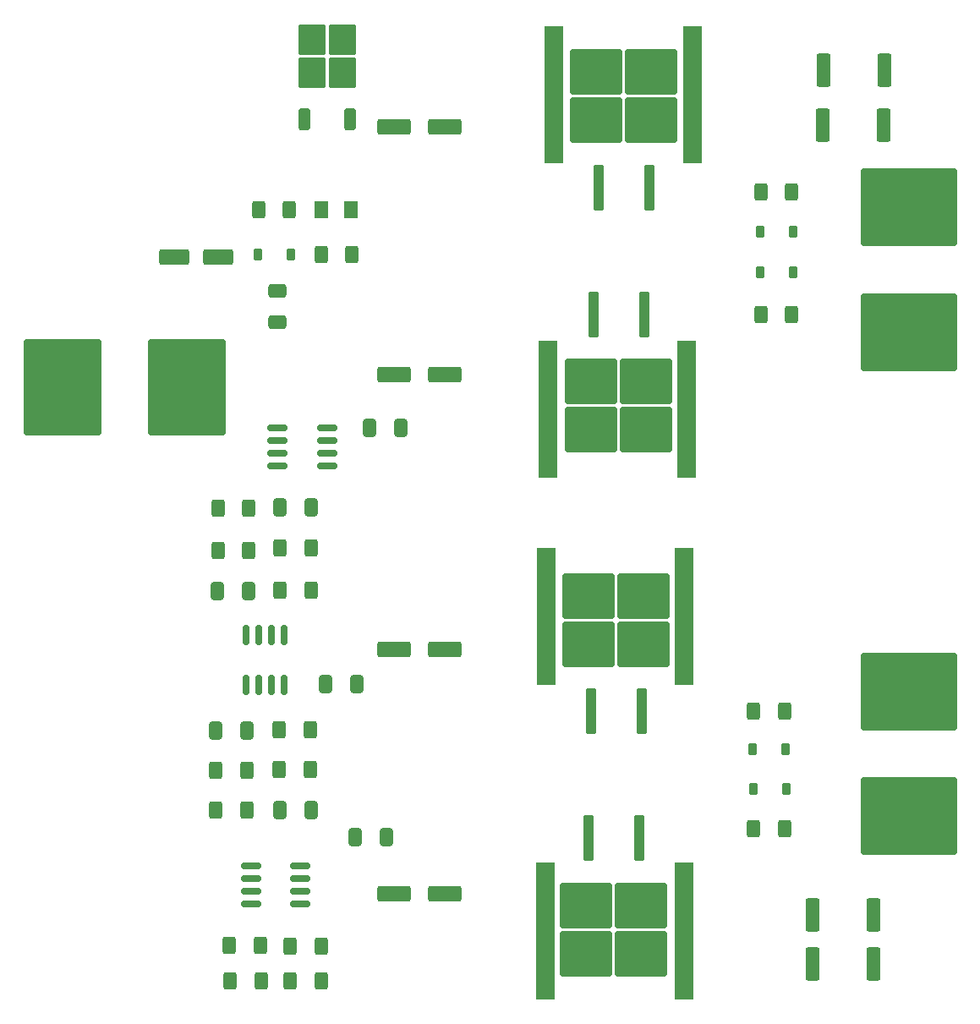
<source format=gtp>
%TF.GenerationSoftware,KiCad,Pcbnew,8.0.0*%
%TF.CreationDate,2024-05-08T19:12:21-04:00*%
%TF.ProjectId,Basic Stereo Amp v2,42617369-6320-4537-9465-72656f20416d,rev?*%
%TF.SameCoordinates,Original*%
%TF.FileFunction,Paste,Top*%
%TF.FilePolarity,Positive*%
%FSLAX46Y46*%
G04 Gerber Fmt 4.6, Leading zero omitted, Abs format (unit mm)*
G04 Created by KiCad (PCBNEW 8.0.0) date 2024-05-08 19:12:21*
%MOMM*%
%LPD*%
G01*
G04 APERTURE LIST*
G04 Aperture macros list*
%AMRoundRect*
0 Rectangle with rounded corners*
0 $1 Rounding radius*
0 $2 $3 $4 $5 $6 $7 $8 $9 X,Y pos of 4 corners*
0 Add a 4 corners polygon primitive as box body*
4,1,4,$2,$3,$4,$5,$6,$7,$8,$9,$2,$3,0*
0 Add four circle primitives for the rounded corners*
1,1,$1+$1,$2,$3*
1,1,$1+$1,$4,$5*
1,1,$1+$1,$6,$7*
1,1,$1+$1,$8,$9*
0 Add four rect primitives between the rounded corners*
20,1,$1+$1,$2,$3,$4,$5,0*
20,1,$1+$1,$4,$5,$6,$7,0*
20,1,$1+$1,$6,$7,$8,$9,0*
20,1,$1+$1,$8,$9,$2,$3,0*%
G04 Aperture macros list end*
%ADD10RoundRect,0.250000X0.400000X0.625000X-0.400000X0.625000X-0.400000X-0.625000X0.400000X-0.625000X0*%
%ADD11RoundRect,0.249998X-4.550002X3.650002X-4.550002X-3.650002X4.550002X-3.650002X4.550002X3.650002X0*%
%ADD12RoundRect,0.249999X0.450001X1.425001X-0.450001X1.425001X-0.450001X-1.425001X0.450001X-1.425001X0*%
%ADD13RoundRect,0.250000X0.350000X-0.850000X0.350000X0.850000X-0.350000X0.850000X-0.350000X-0.850000X0*%
%ADD14RoundRect,0.250000X1.125000X-1.275000X1.125000X1.275000X-1.125000X1.275000X-1.125000X-1.275000X0*%
%ADD15RoundRect,0.250000X-0.400000X-0.625000X0.400000X-0.625000X0.400000X0.625000X-0.400000X0.625000X0*%
%ADD16RoundRect,0.250000X-1.412500X-0.550000X1.412500X-0.550000X1.412500X0.550000X-1.412500X0.550000X0*%
%ADD17RoundRect,0.250000X0.300000X-2.050000X0.300000X2.050000X-0.300000X2.050000X-0.300000X-2.050000X0*%
%ADD18RoundRect,0.250000X2.375000X-2.025000X2.375000X2.025000X-2.375000X2.025000X-2.375000X-2.025000X0*%
%ADD19RoundRect,0.150000X-0.150000X0.825000X-0.150000X-0.825000X0.150000X-0.825000X0.150000X0.825000X0*%
%ADD20RoundRect,0.225000X-0.225000X-0.375000X0.225000X-0.375000X0.225000X0.375000X-0.225000X0.375000X0*%
%ADD21RoundRect,0.225000X0.225000X0.375000X-0.225000X0.375000X-0.225000X-0.375000X0.225000X-0.375000X0*%
%ADD22R,1.850000X13.700000*%
%ADD23RoundRect,0.250000X0.412500X0.650000X-0.412500X0.650000X-0.412500X-0.650000X0.412500X-0.650000X0*%
%ADD24RoundRect,0.250000X-0.300000X2.050000X-0.300000X-2.050000X0.300000X-2.050000X0.300000X2.050000X0*%
%ADD25RoundRect,0.250000X-2.375000X2.025000X-2.375000X-2.025000X2.375000X-2.025000X2.375000X2.025000X0*%
%ADD26RoundRect,0.250000X-0.650000X0.412500X-0.650000X-0.412500X0.650000X-0.412500X0.650000X0.412500X0*%
%ADD27RoundRect,0.250000X-0.412500X-0.650000X0.412500X-0.650000X0.412500X0.650000X-0.412500X0.650000X0*%
%ADD28RoundRect,0.249998X4.550002X-3.650002X4.550002X3.650002X-4.550002X3.650002X-4.550002X-3.650002X0*%
%ADD29RoundRect,0.249999X-0.450001X-1.425001X0.450001X-1.425001X0.450001X1.425001X-0.450001X1.425001X0*%
%ADD30RoundRect,0.150000X-0.825000X-0.150000X0.825000X-0.150000X0.825000X0.150000X-0.825000X0.150000X0*%
%ADD31RoundRect,0.250001X0.462499X0.624999X-0.462499X0.624999X-0.462499X-0.624999X0.462499X-0.624999X0*%
%ADD32RoundRect,0.249998X3.650002X4.550002X-3.650002X4.550002X-3.650002X-4.550002X3.650002X-4.550002X0*%
%ADD33RoundRect,0.250000X1.250000X0.550000X-1.250000X0.550000X-1.250000X-0.550000X1.250000X-0.550000X0*%
G04 APERTURE END LIST*
D10*
%TO.C,R7*%
X130387500Y-103637500D03*
X127287500Y-103637500D03*
%TD*%
D11*
%TO.C,C9*%
X190250000Y-69500000D03*
X190250000Y-82000000D03*
%TD*%
D12*
%TO.C,R18*%
X187800000Y-55750000D03*
X181700000Y-55750000D03*
%TD*%
D10*
%TO.C,R5*%
X123987500Y-125875000D03*
X120887500Y-125875000D03*
%TD*%
D13*
%TO.C,Q5*%
X129722500Y-60700000D03*
D14*
X130477500Y-56075000D03*
X133527500Y-56075000D03*
X130477500Y-52725000D03*
X133527500Y-52725000D03*
D13*
X134282500Y-60700000D03*
%TD*%
D10*
%TO.C,R3*%
X124187500Y-99675000D03*
X121087500Y-99675000D03*
%TD*%
D15*
%TO.C,R4*%
X121087500Y-103875000D03*
X124187500Y-103875000D03*
%TD*%
%TO.C,R10*%
X128300000Y-147000000D03*
X131400000Y-147000000D03*
%TD*%
D16*
%TO.C,C7*%
X138712500Y-113750000D03*
X143787500Y-113750000D03*
%TD*%
D17*
%TO.C,Q4*%
X158420000Y-120000000D03*
D18*
X158185000Y-113275000D03*
X163735000Y-113275000D03*
X158185000Y-108425000D03*
X163735000Y-108425000D03*
D17*
X163500000Y-120000000D03*
%TD*%
D19*
%TO.C,U2*%
X127742500Y-112362500D03*
X126472500Y-112362500D03*
X125202500Y-112362500D03*
X123932500Y-112362500D03*
X123932500Y-117312500D03*
X125202500Y-117312500D03*
X126472500Y-117312500D03*
X127742500Y-117312500D03*
%TD*%
D20*
%TO.C,D2*%
X175400000Y-72000000D03*
X178700000Y-72000000D03*
%TD*%
D15*
%TO.C,R1*%
X122250000Y-143450000D03*
X125350000Y-143450000D03*
%TD*%
%TO.C,R11*%
X127287500Y-107837500D03*
X130387500Y-107837500D03*
%TD*%
D16*
%TO.C,C5*%
X138712500Y-86250000D03*
X143787500Y-86250000D03*
%TD*%
D21*
%TO.C,D3*%
X177955000Y-123750000D03*
X174655000Y-123750000D03*
%TD*%
D22*
%TO.C,HS4*%
X153910000Y-142000000D03*
X167750000Y-142000000D03*
%TD*%
D23*
%TO.C,C1*%
X130400000Y-99550000D03*
X127275000Y-99550000D03*
%TD*%
D15*
%TO.C,R22*%
X125150000Y-69800000D03*
X128250000Y-69800000D03*
%TD*%
D24*
%TO.C,Q3*%
X163240000Y-132700000D03*
D25*
X163475000Y-139425000D03*
X157925000Y-139425000D03*
X163475000Y-144275000D03*
X157925000Y-144275000D03*
D24*
X158160000Y-132700000D03*
%TD*%
D10*
%TO.C,R2*%
X125400000Y-147000000D03*
X122300000Y-147000000D03*
%TD*%
D26*
%TO.C,C16*%
X127000000Y-77875000D03*
X127000000Y-81000000D03*
%TD*%
D20*
%TO.C,D5*%
X125050000Y-74250000D03*
X128350000Y-74250000D03*
%TD*%
D22*
%TO.C,HS2*%
X153920000Y-110500000D03*
X167760000Y-110500000D03*
%TD*%
D16*
%TO.C,C6*%
X138712500Y-61500000D03*
X143787500Y-61500000D03*
%TD*%
D15*
%TO.C,R6*%
X120887500Y-129875000D03*
X123987500Y-129875000D03*
%TD*%
D27*
%TO.C,C11*%
X131875000Y-117275000D03*
X135000000Y-117275000D03*
%TD*%
D28*
%TO.C,C10*%
X190250000Y-130500000D03*
X190250000Y-118000000D03*
%TD*%
D20*
%TO.C,D4*%
X174700000Y-127750000D03*
X178000000Y-127750000D03*
%TD*%
D22*
%TO.C,HS3*%
X154750000Y-58250000D03*
X168590000Y-58250000D03*
%TD*%
D29*
%TO.C,R17*%
X181650000Y-61250000D03*
X187750000Y-61250000D03*
%TD*%
D15*
%TO.C,R14*%
X175450000Y-68000000D03*
X178550000Y-68000000D03*
%TD*%
D30*
%TO.C,U1*%
X124400000Y-135440000D03*
X124400000Y-136710000D03*
X124400000Y-137980000D03*
X124400000Y-139250000D03*
X129350000Y-139250000D03*
X129350000Y-137980000D03*
X129350000Y-136710000D03*
X129350000Y-135440000D03*
%TD*%
D17*
%TO.C,Q1*%
X159175000Y-67525000D03*
D18*
X158940000Y-60800000D03*
X164490000Y-60800000D03*
X158940000Y-55950000D03*
X164490000Y-55950000D03*
D17*
X164255000Y-67525000D03*
%TD*%
D15*
%TO.C,R16*%
X174700000Y-131750000D03*
X177800000Y-131750000D03*
%TD*%
D29*
%TO.C,R19*%
X180650000Y-140360000D03*
X186750000Y-140360000D03*
%TD*%
D12*
%TO.C,R20*%
X186750000Y-145250000D03*
X180650000Y-145250000D03*
%TD*%
D10*
%TO.C,R9*%
X131400000Y-143500000D03*
X128300000Y-143500000D03*
%TD*%
D22*
%TO.C,HS1*%
X167990000Y-89725000D03*
X154150000Y-89725000D03*
%TD*%
D24*
%TO.C,Q2*%
X163740000Y-80225000D03*
D25*
X163975000Y-86950000D03*
X158425000Y-86950000D03*
X163975000Y-91800000D03*
X158425000Y-91800000D03*
D24*
X158660000Y-80225000D03*
%TD*%
D23*
%TO.C,C4*%
X124000000Y-121875000D03*
X120875000Y-121875000D03*
%TD*%
D31*
%TO.C,D6*%
X134415000Y-69760000D03*
X131440000Y-69760000D03*
%TD*%
D10*
%TO.C,R15*%
X177800000Y-120000000D03*
X174700000Y-120000000D03*
%TD*%
D21*
%TO.C,D1*%
X178650000Y-76000000D03*
X175350000Y-76000000D03*
%TD*%
D23*
%TO.C,C3*%
X124150000Y-107912500D03*
X121025000Y-107912500D03*
%TD*%
D16*
%TO.C,C8*%
X138712500Y-138250000D03*
X143787500Y-138250000D03*
%TD*%
D10*
%TO.C,R13*%
X178550000Y-80250000D03*
X175450000Y-80250000D03*
%TD*%
D15*
%TO.C,R12*%
X127237500Y-121837500D03*
X130337500Y-121837500D03*
%TD*%
D32*
%TO.C,C13*%
X118000000Y-87500000D03*
X105500000Y-87500000D03*
%TD*%
D27*
%TO.C,C12*%
X136237500Y-91600000D03*
X139362500Y-91600000D03*
%TD*%
D33*
%TO.C,C15*%
X121087500Y-74500000D03*
X116687500Y-74500000D03*
%TD*%
D27*
%TO.C,C14*%
X134837500Y-132600000D03*
X137962500Y-132600000D03*
%TD*%
D23*
%TO.C,C2*%
X130400000Y-129837500D03*
X127275000Y-129837500D03*
%TD*%
D10*
%TO.C,R8*%
X130337500Y-125837500D03*
X127237500Y-125837500D03*
%TD*%
D15*
%TO.C,R21*%
X131400000Y-74250000D03*
X134500000Y-74250000D03*
%TD*%
D30*
%TO.C,U3*%
X127075000Y-91575000D03*
X127075000Y-92845000D03*
X127075000Y-94115000D03*
X127075000Y-95385000D03*
X132025000Y-95385000D03*
X132025000Y-94115000D03*
X132025000Y-92845000D03*
X132025000Y-91575000D03*
%TD*%
M02*

</source>
